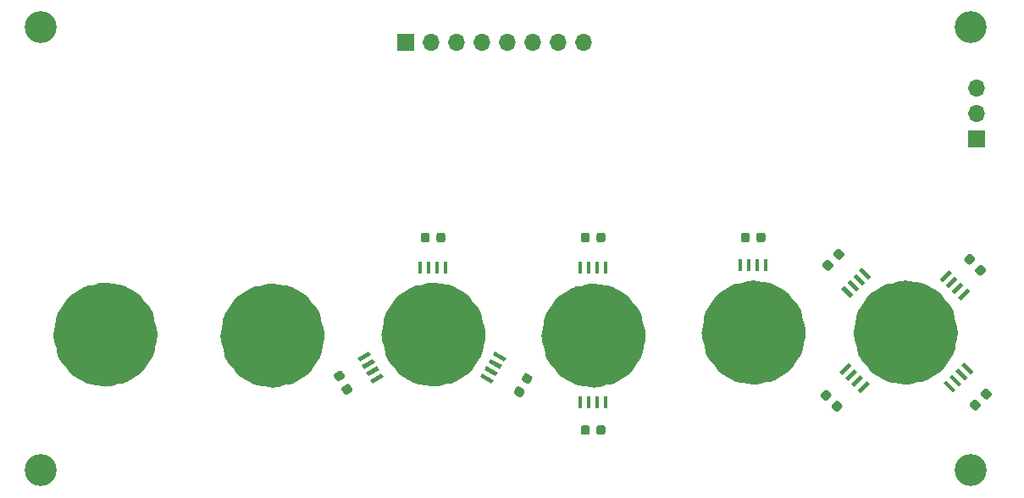
<source format=gbr>
%TF.GenerationSoftware,KiCad,Pcbnew,(5.1.10)-1*%
%TF.CreationDate,2021-12-20T17:30:05+01:00*%
%TF.ProjectId,Touchpad,546f7563-6870-4616-942e-6b696361645f,rev?*%
%TF.SameCoordinates,Original*%
%TF.FileFunction,Soldermask,Bot*%
%TF.FilePolarity,Negative*%
%FSLAX46Y46*%
G04 Gerber Fmt 4.6, Leading zero omitted, Abs format (unit mm)*
G04 Created by KiCad (PCBNEW (5.1.10)-1) date 2021-12-20 17:30:05*
%MOMM*%
%LPD*%
G01*
G04 APERTURE LIST*
%ADD10C,6.000000*%
%ADD11C,3.200000*%
%ADD12R,1.700000X1.700000*%
%ADD13O,1.700000X1.700000*%
%ADD14C,0.100000*%
%ADD15R,0.420000X1.300000*%
G04 APERTURE END LIST*
D10*
X117200000Y-89200000D02*
G75*
G03*
X117200000Y-89200000I-2200000J0D01*
G01*
X133900000Y-89300000D02*
G75*
G03*
X133900000Y-89300000I-2200000J0D01*
G01*
X150000000Y-89200000D02*
G75*
G03*
X150000000Y-89200000I-2200000J0D01*
G01*
X166000000Y-89300000D02*
G75*
G03*
X166000000Y-89300000I-2200000J0D01*
G01*
X182000000Y-89000000D02*
G75*
G03*
X182000000Y-89000000I-2200000J0D01*
G01*
X197200000Y-89000000D02*
G75*
G03*
X197200000Y-89000000I-2200000J0D01*
G01*
D11*
%TO.C,H1*%
X108500000Y-102750000D03*
%TD*%
%TO.C,H2*%
X201500000Y-58500000D03*
%TD*%
%TO.C,H3*%
X201500000Y-102750000D03*
%TD*%
%TO.C,H4*%
X108500000Y-58500000D03*
%TD*%
D12*
%TO.C,J1*%
X145000000Y-60000000D03*
D13*
X147540000Y-60000000D03*
X150080000Y-60000000D03*
X152620000Y-60000000D03*
X155160000Y-60000000D03*
X157700000Y-60000000D03*
X160240000Y-60000000D03*
X162780000Y-60000000D03*
%TD*%
%TO.C,C13*%
G36*
G01*
X187362913Y-81777533D02*
X187716467Y-82131087D01*
G75*
G02*
X187716467Y-82449285I-159099J-159099D01*
G01*
X187398269Y-82767483D01*
G75*
G02*
X187080071Y-82767483I-159099J159099D01*
G01*
X186726517Y-82413929D01*
G75*
G02*
X186726517Y-82095731I159099J159099D01*
G01*
X187044715Y-81777533D01*
G75*
G02*
X187362913Y-81777533I159099J-159099D01*
G01*
G37*
G36*
G01*
X188458929Y-80681517D02*
X188812483Y-81035071D01*
G75*
G02*
X188812483Y-81353269I-159099J-159099D01*
G01*
X188494285Y-81671467D01*
G75*
G02*
X188176087Y-81671467I-159099J159099D01*
G01*
X187822533Y-81317913D01*
G75*
G02*
X187822533Y-80999715I159099J159099D01*
G01*
X188140731Y-80681517D01*
G75*
G02*
X188458929Y-80681517I159099J-159099D01*
G01*
G37*
%TD*%
%TO.C,C14*%
G36*
G01*
X187632033Y-96228087D02*
X187985587Y-95874533D01*
G75*
G02*
X188303785Y-95874533I159099J-159099D01*
G01*
X188621983Y-96192731D01*
G75*
G02*
X188621983Y-96510929I-159099J-159099D01*
G01*
X188268429Y-96864483D01*
G75*
G02*
X187950231Y-96864483I-159099J159099D01*
G01*
X187632033Y-96546285D01*
G75*
G02*
X187632033Y-96228087I159099J159099D01*
G01*
G37*
G36*
G01*
X186536017Y-95132071D02*
X186889571Y-94778517D01*
G75*
G02*
X187207769Y-94778517I159099J-159099D01*
G01*
X187525967Y-95096715D01*
G75*
G02*
X187525967Y-95414913I-159099J-159099D01*
G01*
X187172413Y-95768467D01*
G75*
G02*
X186854215Y-95768467I-159099J159099D01*
G01*
X186536017Y-95450269D01*
G75*
G02*
X186536017Y-95132071I159099J159099D01*
G01*
G37*
%TD*%
%TO.C,C15*%
G36*
G01*
X201812071Y-96737483D02*
X201458517Y-96383929D01*
G75*
G02*
X201458517Y-96065731I159099J159099D01*
G01*
X201776715Y-95747533D01*
G75*
G02*
X202094913Y-95747533I159099J-159099D01*
G01*
X202448467Y-96101087D01*
G75*
G02*
X202448467Y-96419285I-159099J-159099D01*
G01*
X202130269Y-96737483D01*
G75*
G02*
X201812071Y-96737483I-159099J159099D01*
G01*
G37*
G36*
G01*
X202908087Y-95641467D02*
X202554533Y-95287913D01*
G75*
G02*
X202554533Y-94969715I159099J159099D01*
G01*
X202872731Y-94651517D01*
G75*
G02*
X203190929Y-94651517I159099J-159099D01*
G01*
X203544483Y-95005071D01*
G75*
G02*
X203544483Y-95323269I-159099J-159099D01*
G01*
X203226285Y-95641467D01*
G75*
G02*
X202908087Y-95641467I-159099J159099D01*
G01*
G37*
%TD*%
%TO.C,C16*%
G36*
G01*
X202972983Y-82921929D02*
X202619429Y-83275483D01*
G75*
G02*
X202301231Y-83275483I-159099J159099D01*
G01*
X201983033Y-82957285D01*
G75*
G02*
X201983033Y-82639087I159099J159099D01*
G01*
X202336587Y-82285533D01*
G75*
G02*
X202654785Y-82285533I159099J-159099D01*
G01*
X202972983Y-82603731D01*
G75*
G02*
X202972983Y-82921929I-159099J-159099D01*
G01*
G37*
G36*
G01*
X201876967Y-81825913D02*
X201523413Y-82179467D01*
G75*
G02*
X201205215Y-82179467I-159099J159099D01*
G01*
X200887017Y-81861269D01*
G75*
G02*
X200887017Y-81543071I159099J159099D01*
G01*
X201240571Y-81189517D01*
G75*
G02*
X201558769Y-81189517I159099J-159099D01*
G01*
X201876967Y-81507715D01*
G75*
G02*
X201876967Y-81825913I-159099J-159099D01*
G01*
G37*
%TD*%
D14*
%TO.C,D7*%
G36*
X191268188Y-83717051D02*
G01*
X190348949Y-82797812D01*
X190645934Y-82500827D01*
X191565173Y-83420066D01*
X191268188Y-83717051D01*
G37*
G36*
X190667147Y-84318092D02*
G01*
X189747908Y-83398853D01*
X190044893Y-83101868D01*
X190964132Y-84021107D01*
X190667147Y-84318092D01*
G37*
G36*
X190066107Y-84919132D02*
G01*
X189146868Y-83999893D01*
X189443853Y-83702908D01*
X190363092Y-84622147D01*
X190066107Y-84919132D01*
G37*
G36*
X189465066Y-85520173D02*
G01*
X188545827Y-84600934D01*
X188842812Y-84303949D01*
X189762051Y-85223188D01*
X189465066Y-85520173D01*
G37*
%TD*%
%TO.C,D8*%
G36*
X191374673Y-94125934D02*
G01*
X190455434Y-95045173D01*
X190158449Y-94748188D01*
X191077688Y-93828949D01*
X191374673Y-94125934D01*
G37*
G36*
X190773632Y-93524893D02*
G01*
X189854393Y-94444132D01*
X189557408Y-94147147D01*
X190476647Y-93227908D01*
X190773632Y-93524893D01*
G37*
G36*
X190172592Y-92923853D02*
G01*
X189253353Y-93843092D01*
X188956368Y-93546107D01*
X189875607Y-92626868D01*
X190172592Y-92923853D01*
G37*
G36*
X189571551Y-92322812D02*
G01*
X188652312Y-93242051D01*
X188355327Y-92945066D01*
X189274566Y-92025827D01*
X189571551Y-92322812D01*
G37*
%TD*%
%TO.C,D9*%
G36*
X199066312Y-93765449D02*
G01*
X199985551Y-94684688D01*
X199688566Y-94981673D01*
X198769327Y-94062434D01*
X199066312Y-93765449D01*
G37*
G36*
X199667353Y-93164408D02*
G01*
X200586592Y-94083647D01*
X200289607Y-94380632D01*
X199370368Y-93461393D01*
X199667353Y-93164408D01*
G37*
G36*
X200268393Y-92563368D02*
G01*
X201187632Y-93482607D01*
X200890647Y-93779592D01*
X199971408Y-92860353D01*
X200268393Y-92563368D01*
G37*
G36*
X200869434Y-91962327D02*
G01*
X201788673Y-92881566D01*
X201491688Y-93178551D01*
X200572449Y-92259312D01*
X200869434Y-91962327D01*
G37*
%TD*%
%TO.C,D10*%
G36*
X198388327Y-83674066D02*
G01*
X199307566Y-82754827D01*
X199604551Y-83051812D01*
X198685312Y-83971051D01*
X198388327Y-83674066D01*
G37*
G36*
X198989368Y-84275107D02*
G01*
X199908607Y-83355868D01*
X200205592Y-83652853D01*
X199286353Y-84572092D01*
X198989368Y-84275107D01*
G37*
G36*
X199590408Y-84876147D02*
G01*
X200509647Y-83956908D01*
X200806632Y-84253893D01*
X199887393Y-85173132D01*
X199590408Y-84876147D01*
G37*
G36*
X200191449Y-85477188D02*
G01*
X201110688Y-84557949D01*
X201407673Y-84854934D01*
X200488434Y-85774173D01*
X200191449Y-85477188D01*
G37*
%TD*%
D12*
%TO.C,J2*%
X202057000Y-69596000D03*
D13*
X202057000Y-67056000D03*
X202057000Y-64516000D03*
%TD*%
%TO.C,C17*%
G36*
G01*
X137920994Y-93064118D02*
X138354006Y-92814118D01*
G75*
G02*
X138661362Y-92896474I112500J-194856D01*
G01*
X138886362Y-93286186D01*
G75*
G02*
X138804006Y-93593542I-194856J-112500D01*
G01*
X138370994Y-93843542D01*
G75*
G02*
X138063638Y-93761186I-112500J194856D01*
G01*
X137838638Y-93371474D01*
G75*
G02*
X137920994Y-93064118I194856J112500D01*
G01*
G37*
G36*
G01*
X138695994Y-94406458D02*
X139129006Y-94156458D01*
G75*
G02*
X139436362Y-94238814I112500J-194856D01*
G01*
X139661362Y-94628526D01*
G75*
G02*
X139579006Y-94935882I-194856J-112500D01*
G01*
X139145994Y-95185882D01*
G75*
G02*
X138838638Y-95103526I-112500J194856D01*
G01*
X138613638Y-94713814D01*
G75*
G02*
X138695994Y-94406458I194856J112500D01*
G01*
G37*
%TD*%
%TO.C,C18*%
G36*
G01*
X157129006Y-94093542D02*
X156695994Y-93843542D01*
G75*
G02*
X156613638Y-93536186I112500J194856D01*
G01*
X156838638Y-93146474D01*
G75*
G02*
X157145994Y-93064118I194856J-112500D01*
G01*
X157579006Y-93314118D01*
G75*
G02*
X157661362Y-93621474I-112500J-194856D01*
G01*
X157436362Y-94011186D01*
G75*
G02*
X157129006Y-94093542I-194856J112500D01*
G01*
G37*
G36*
G01*
X156354006Y-95435882D02*
X155920994Y-95185882D01*
G75*
G02*
X155838638Y-94878526I112500J194856D01*
G01*
X156063638Y-94488814D01*
G75*
G02*
X156370994Y-94406458I194856J-112500D01*
G01*
X156804006Y-94656458D01*
G75*
G02*
X156886362Y-94963814I-112500J-194856D01*
G01*
X156661362Y-95353526D01*
G75*
G02*
X156354006Y-95435882I-194856J112500D01*
G01*
G37*
%TD*%
%TO.C,C19*%
G36*
G01*
X148975000Y-79250000D02*
X148975000Y-79750000D01*
G75*
G02*
X148750000Y-79975000I-225000J0D01*
G01*
X148300000Y-79975000D01*
G75*
G02*
X148075000Y-79750000I0J225000D01*
G01*
X148075000Y-79250000D01*
G75*
G02*
X148300000Y-79025000I225000J0D01*
G01*
X148750000Y-79025000D01*
G75*
G02*
X148975000Y-79250000I0J-225000D01*
G01*
G37*
G36*
G01*
X147425000Y-79250000D02*
X147425000Y-79750000D01*
G75*
G02*
X147200000Y-79975000I-225000J0D01*
G01*
X146750000Y-79975000D01*
G75*
G02*
X146525000Y-79750000I0J225000D01*
G01*
X146525000Y-79250000D01*
G75*
G02*
X146750000Y-79025000I225000J0D01*
G01*
X147200000Y-79025000D01*
G75*
G02*
X147425000Y-79250000I0J-225000D01*
G01*
G37*
%TD*%
%TO.C,C20*%
G36*
G01*
X162525000Y-99000000D02*
X162525000Y-98500000D01*
G75*
G02*
X162750000Y-98275000I225000J0D01*
G01*
X163200000Y-98275000D01*
G75*
G02*
X163425000Y-98500000I0J-225000D01*
G01*
X163425000Y-99000000D01*
G75*
G02*
X163200000Y-99225000I-225000J0D01*
G01*
X162750000Y-99225000D01*
G75*
G02*
X162525000Y-99000000I0J225000D01*
G01*
G37*
G36*
G01*
X164075000Y-99000000D02*
X164075000Y-98500000D01*
G75*
G02*
X164300000Y-98275000I225000J0D01*
G01*
X164750000Y-98275000D01*
G75*
G02*
X164975000Y-98500000I0J-225000D01*
G01*
X164975000Y-99000000D01*
G75*
G02*
X164750000Y-99225000I-225000J0D01*
G01*
X164300000Y-99225000D01*
G75*
G02*
X164075000Y-99000000I0J225000D01*
G01*
G37*
%TD*%
%TO.C,C21*%
G36*
G01*
X163425000Y-79250000D02*
X163425000Y-79750000D01*
G75*
G02*
X163200000Y-79975000I-225000J0D01*
G01*
X162750000Y-79975000D01*
G75*
G02*
X162525000Y-79750000I0J225000D01*
G01*
X162525000Y-79250000D01*
G75*
G02*
X162750000Y-79025000I225000J0D01*
G01*
X163200000Y-79025000D01*
G75*
G02*
X163425000Y-79250000I0J-225000D01*
G01*
G37*
G36*
G01*
X164975000Y-79250000D02*
X164975000Y-79750000D01*
G75*
G02*
X164750000Y-79975000I-225000J0D01*
G01*
X164300000Y-79975000D01*
G75*
G02*
X164075000Y-79750000I0J225000D01*
G01*
X164075000Y-79250000D01*
G75*
G02*
X164300000Y-79025000I225000J0D01*
G01*
X164750000Y-79025000D01*
G75*
G02*
X164975000Y-79250000I0J-225000D01*
G01*
G37*
%TD*%
%TO.C,C22*%
G36*
G01*
X179425000Y-79250000D02*
X179425000Y-79750000D01*
G75*
G02*
X179200000Y-79975000I-225000J0D01*
G01*
X178750000Y-79975000D01*
G75*
G02*
X178525000Y-79750000I0J225000D01*
G01*
X178525000Y-79250000D01*
G75*
G02*
X178750000Y-79025000I225000J0D01*
G01*
X179200000Y-79025000D01*
G75*
G02*
X179425000Y-79250000I0J-225000D01*
G01*
G37*
G36*
G01*
X180975000Y-79250000D02*
X180975000Y-79750000D01*
G75*
G02*
X180750000Y-79975000I-225000J0D01*
G01*
X180300000Y-79975000D01*
G75*
G02*
X180075000Y-79750000I0J225000D01*
G01*
X180075000Y-79250000D01*
G75*
G02*
X180300000Y-79025000I225000J0D01*
G01*
X180750000Y-79025000D01*
G75*
G02*
X180975000Y-79250000I0J-225000D01*
G01*
G37*
%TD*%
D14*
%TO.C,D11*%
G36*
X142805417Y-93461047D02*
G01*
X141679583Y-94111047D01*
X141469583Y-93747317D01*
X142595417Y-93097317D01*
X142805417Y-93461047D01*
G37*
G36*
X142380417Y-92724926D02*
G01*
X141254583Y-93374926D01*
X141044583Y-93011196D01*
X142170417Y-92361196D01*
X142380417Y-92724926D01*
G37*
G36*
X141955417Y-91988804D02*
G01*
X140829583Y-92638804D01*
X140619583Y-92275074D01*
X141745417Y-91625074D01*
X141955417Y-91988804D01*
G37*
G36*
X141530417Y-91252683D02*
G01*
X140404583Y-91902683D01*
X140194583Y-91538953D01*
X141320417Y-90888953D01*
X141530417Y-91252683D01*
G37*
%TD*%
%TO.C,D12*%
G36*
X152654583Y-93097317D02*
G01*
X153780417Y-93747317D01*
X153570417Y-94111047D01*
X152444583Y-93461047D01*
X152654583Y-93097317D01*
G37*
G36*
X153079583Y-92361196D02*
G01*
X154205417Y-93011196D01*
X153995417Y-93374926D01*
X152869583Y-92724926D01*
X153079583Y-92361196D01*
G37*
G36*
X153504583Y-91625074D02*
G01*
X154630417Y-92275074D01*
X154420417Y-92638804D01*
X153294583Y-91988804D01*
X153504583Y-91625074D01*
G37*
G36*
X153929583Y-90888953D02*
G01*
X155055417Y-91538953D01*
X154845417Y-91902683D01*
X153719583Y-91252683D01*
X153929583Y-90888953D01*
G37*
%TD*%
D15*
%TO.C,D13*%
X146475000Y-82500000D03*
X147325000Y-82500000D03*
X148175000Y-82500000D03*
X149025000Y-82500000D03*
%TD*%
%TO.C,D14*%
X162475000Y-96000000D03*
X163325000Y-96000000D03*
X164175000Y-96000000D03*
X165025000Y-96000000D03*
%TD*%
%TO.C,D15*%
X162475000Y-82500000D03*
X163325000Y-82500000D03*
X164175000Y-82500000D03*
X165025000Y-82500000D03*
%TD*%
%TO.C,D16*%
X181025000Y-82250000D03*
X180175000Y-82250000D03*
X179325000Y-82250000D03*
X178475000Y-82250000D03*
%TD*%
M02*

</source>
